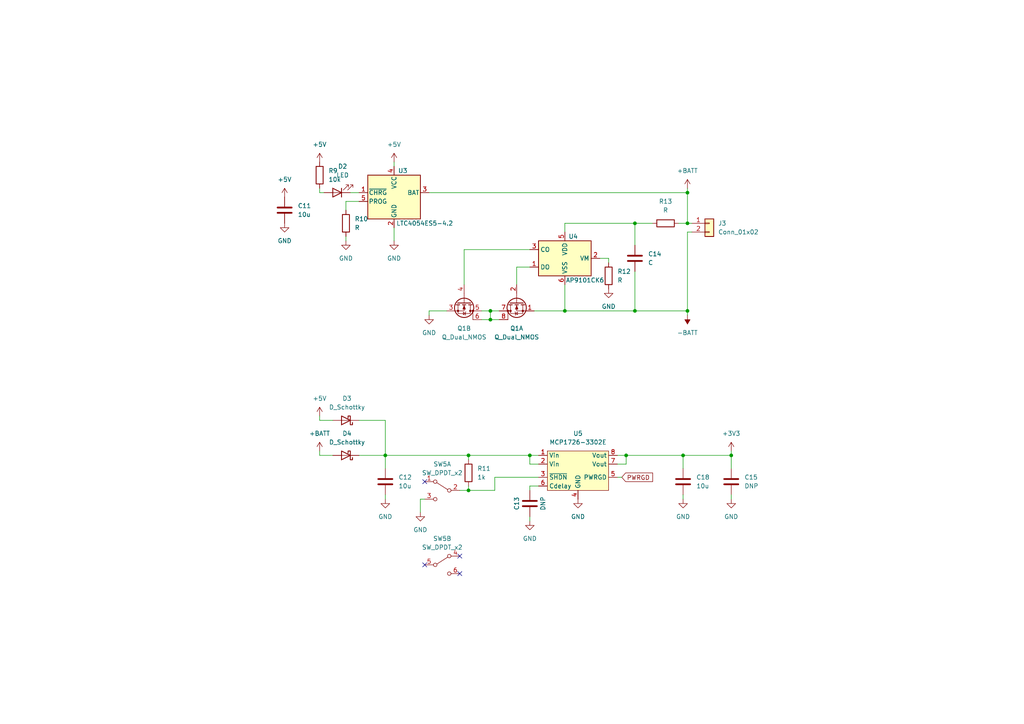
<source format=kicad_sch>
(kicad_sch (version 20211123) (generator eeschema)
  (paper "A4")
  (lib_symbols
    (symbol "Battery_Management:AP9101CK6"
      (property "Reference" "U" (at -7.62 6.35 0))
      (property "Value" "AP9101CK6" (at 7.62 6.35 0))
      (symbol "AP9101CK6_0_1"
        (rectangle (start -7.62 5.08) (end 7.62 -5.08) (stroke (width 0.254)) (fill (type background)))
      )
      (symbol "AP9101CK6_1_1"
        (pin output line (at 10.16 -2.54 180) (length 2.54) (name "DO") (number "1"))
        (pin passive line (at -10.16 0 0) (length 2.54) (name "VM") (number "2"))
        (pin output line (at 10.16 2.54 180) (length 2.54) (name "CO") (number "3"))
        (pin no_connect line (at -7.62 -2.54 0) (length 2.54) hide (name "NC") (number "4"))
        (pin power_in line (at 0 7.62 270) (length 2.54) (name "VDD") (number "5"))
        (pin power_in line (at 0 -7.62 90) (length 2.54) (name "VSS") (number "6"))
      )
    )
    (symbol "Battery_Management:LTC4054ES5-4.2" (pin_names (offset 0.254))
      (property "Reference" "U" (at -5.842 6.604 0))
      (property "Value" "LTC4054ES5-4.2" (at 1.524 6.604 0))
      (symbol "LTC4054ES5-4.2_0_1"
        (rectangle (start -7.62 5.08) (end 7.62 -7.62) (stroke (width 0.254)) (fill (type background)))
      )
      (symbol "LTC4054ES5-4.2_1_1"
        (pin open_collector line (at -10.16 0 0) (length 2.54) (name "~{CHRG}") (number "1"))
        (pin power_in line (at 0 -10.16 90) (length 2.54) (name "GND") (number "2"))
        (pin power_out line (at 10.16 0 180) (length 2.54) (name "BAT") (number "3"))
        (pin power_in line (at 0 7.62 270) (length 2.54) (name "VCC") (number "4"))
        (pin bidirectional line (at -10.16 -2.54 0) (length 2.54) (name "PROG") (number "5"))
      )
    )
    (symbol "Connector_Generic:Conn_01x02" (pin_names (offset 1.016) hide)
      (property "Reference" "J" (at 0 2.54 0))
      (property "Value" "Conn_01x02" (at 0 -5.08 0))
      (symbol "Conn_01x02_1_1"
        (rectangle (start -1.27 -2.413) (end 0 -2.667) (stroke (width 0.1524)))
        (rectangle (start -1.27 0.127) (end 0 -0.127) (stroke (width 0.1524)))
        (rectangle (start -1.27 1.27) (end 1.27 -3.81) (stroke (width 0.254)) (fill (type background)))
        (pin passive line (at -5.08 0 0) (length 3.81) (name "Pin_1") (number "1"))
        (pin passive line (at -5.08 -2.54 0) (length 3.81) (name "Pin_2") (number "2"))
      )
    )
    (symbol "Device:C" (pin_numbers hide) (pin_names (offset 0.254))
      (property "Reference" "C" (at 0.635 2.54 0))
      (property "Value" "C" (at 0.635 -2.54 0))
      (symbol "C_0_1"
        (polyline (pts (xy -2.032 -0.762) (xy 2.032 -0.762)) (stroke (width 0.508)))
        (polyline (pts (xy -2.032 0.762) (xy 2.032 0.762)) (stroke (width 0.508)))
      )
      (symbol "C_1_1"
        (pin passive line (at 0 3.81 270) (length 2.794) (name "~") (number "1"))
        (pin passive line (at 0 -3.81 90) (length 2.794) (name "~") (number "2"))
      )
    )
    (symbol "Device:D_Schottky" (pin_numbers hide) (pin_names (offset 1.016) hide)
      (property "Reference" "D" (at 0 2.54 0))
      (property "Value" "D_Schottky" (at 0 -2.54 0))
      (symbol "D_Schottky_0_1"
        (polyline (pts (xy 1.27 0) (xy -1.27 0)))
        (polyline (pts (xy 1.27 1.27) (xy 1.27 -1.27) (xy -1.27 0) (xy 1.27 1.27)) (stroke (width 0.254)))
        (polyline (pts (xy -1.905 0.635) (xy -1.905 1.27) (xy -1.27 1.27) (xy -1.27 -1.27) (xy -0.635 -1.27) (xy -0.635 -0.635)) (stroke (width 0.254)))
      )
      (symbol "D_Schottky_1_1"
        (pin passive line (at -3.81 0 0) (length 2.54) (name "K") (number "1"))
        (pin passive line (at 3.81 0 180) (length 2.54) (name "A") (number "2"))
      )
    )
    (symbol "Device:LED" (pin_numbers hide) (pin_names (offset 1.016) hide)
      (property "Reference" "D" (at 0 2.54 0))
      (property "Value" "LED" (at 0 -2.54 0))
      (symbol "LED_0_1"
        (polyline (pts (xy -1.27 -1.27) (xy -1.27 1.27)) (stroke (width 0.254)))
        (polyline (pts (xy -1.27 0) (xy 1.27 0)))
        (polyline (pts (xy 1.27 -1.27) (xy 1.27 1.27) (xy -1.27 0) (xy 1.27 -1.27)) (stroke (width 0.254)))
        (polyline (pts (xy -3.048 -0.762) (xy -4.572 -2.286) (xy -3.81 -2.286) (xy -4.572 -2.286) (xy -4.572 -1.524)))
        (polyline (pts (xy -1.778 -0.762) (xy -3.302 -2.286) (xy -2.54 -2.286) (xy -3.302 -2.286) (xy -3.302 -1.524)))
      )
      (symbol "LED_1_1"
        (pin passive line (at -3.81 0 0) (length 2.54) (name "K") (number "1"))
        (pin passive line (at 3.81 0 180) (length 2.54) (name "A") (number "2"))
      )
    )
    (symbol "Device:Q_Dual_NMOS_S1G1S2G2D2D2D1D1" (pin_names (offset 0) hide)
      (property "Reference" "Q" (at 5.08 1.27 0))
      (property "Value" "Q_Dual_NMOS_S1G1S2G2D2D2D1D1" (at 5.08 -1.27 0))
      (symbol "Q_Dual_NMOS_S1G1S2G2D2D2D1D1_0_1"
        (polyline (pts (xy 0.254 0) (xy -2.54 0)))
        (polyline (pts (xy 0.254 1.905) (xy 0.254 -1.905)) (stroke (width 0.254)))
        (polyline (pts (xy 0.762 -1.27) (xy 0.762 -2.286)) (stroke (width 0.254)))
        (polyline (pts (xy 0.762 0.508) (xy 0.762 -0.508)) (stroke (width 0.254)))
        (polyline (pts (xy 0.762 2.286) (xy 0.762 1.27)) (stroke (width 0.254)))
        (polyline (pts (xy 2.54 2.54) (xy 2.54 1.778)))
        (polyline (pts (xy 5.08 2.54) (xy 2.54 2.54)))
        (polyline (pts (xy 2.54 -2.54) (xy 2.54 0) (xy 0.762 0)))
        (polyline (pts (xy 0.762 -1.778) (xy 3.302 -1.778) (xy 3.302 1.778) (xy 0.762 1.778)))
        (polyline (pts (xy 1.016 0) (xy 2.032 0.381) (xy 2.032 -0.381) (xy 1.016 0)) (fill (type outline)))
        (polyline (pts (xy 2.794 0.508) (xy 2.921 0.381) (xy 3.683 0.381) (xy 3.81 0.254)))
        (polyline (pts (xy 3.302 0.381) (xy 2.921 -0.254) (xy 3.683 -0.254) (xy 3.302 0.381)))
        (circle (center 1.651 0) (radius 2.794) (stroke (width 0.254)))
        (circle (center 2.54 -1.778) (radius 0.254) (fill (type outline)))
        (circle (center 2.54 1.778) (radius 0.254) (fill (type outline)))
        (circle (center 2.54 2.54) (radius 0.254) (fill (type outline)))
      )
      (symbol "Q_Dual_NMOS_S1G1S2G2D2D2D1D1_1_1"
        (pin passive line (at 2.54 -5.08 90) (length 2.54) (name "S") (number "1"))
        (pin input line (at -5.08 0 0) (length 2.54) (name "G") (number "2"))
        (pin passive line (at 2.54 5.08 270) (length 2.54) (name "D") (number "7"))
        (pin passive line (at 5.08 5.08 270) (length 2.54) (name "D") (number "8"))
      )
      (symbol "Q_Dual_NMOS_S1G1S2G2D2D2D1D1_2_1"
        (pin passive line (at 2.54 -5.08 90) (length 2.54) (name "S") (number "3"))
        (pin input line (at -5.08 0 0) (length 2.54) (name "G") (number "4"))
        (pin passive line (at 2.54 5.08 270) (length 2.54) (name "D") (number "5"))
        (pin passive line (at 5.08 5.08 270) (length 2.54) (name "D") (number "6"))
      )
    )
    (symbol "Device:R" (pin_numbers hide) (pin_names (offset 0))
      (property "Reference" "R" (at 2.032 0 90))
      (property "Value" "R" (at 0 0 90))
      (symbol "R_0_1"
        (rectangle (start -1.016 -2.54) (end 1.016 2.54) (stroke (width 0.254)))
      )
      (symbol "R_1_1"
        (pin passive line (at 0 3.81 270) (length 1.27) (name "~") (number "1"))
        (pin passive line (at 0 -3.81 90) (length 1.27) (name "~") (number "2"))
      )
    )
    (symbol "Switch:SW_DPDT_x2" (pin_names (offset 0) hide)
      (property "Reference" "SW" (at 0 4.318 0))
      (property "Value" "SW_DPDT_x2" (at 0 -5.08 0))
      (symbol "SW_DPDT_x2_0_0"
        (circle (center -2.032 0) (radius 0.508))
        (circle (center 2.032 -2.54) (radius 0.508))
      )
      (symbol "SW_DPDT_x2_0_1"
        (polyline (pts (xy -1.524 0.254) (xy 1.651 2.286)))
        (circle (center 2.032 2.54) (radius 0.508))
      )
      (symbol "SW_DPDT_x2_1_1"
        (pin passive line (at 5.08 2.54 180) (length 2.54) (name "A") (number "1"))
        (pin passive line (at -5.08 0 0) (length 2.54) (name "B") (number "2"))
        (pin passive line (at 5.08 -2.54 180) (length 2.54) (name "C") (number "3"))
      )
      (symbol "SW_DPDT_x2_2_1"
        (pin passive line (at 5.08 2.54 180) (length 2.54) (name "A") (number "4"))
        (pin passive line (at -5.08 0 0) (length 2.54) (name "B") (number "5"))
        (pin passive line (at 5.08 -2.54 180) (length 2.54) (name "C") (number "6"))
      )
    )
    (symbol "own:MCP1726-3302E"
      (property "Reference" "U" (at 0 7.62 0))
      (property "Value" "MCP1726-3302E" (at 10.16 -7.62 0))
      (symbol "MCP1726-3302E_0_1"
        (rectangle (start -8.89 -5.08) (end 8.89 6.35) (fill (type background)))
      )
      (symbol "MCP1726-3302E_1_1"
        (pin passive line (at -11.43 5.08 0) (length 2.54) (name "Vin") (number "1"))
        (pin passive line (at -11.43 2.54 0) (length 2.54) (name "Vin") (number "2"))
        (pin passive line (at -11.43 -1.27 0) (length 2.54) (name "~{SHDN}") (number "3"))
        (pin passive line (at 0 -7.62 90) (length 2.54) (name "GND") (number "4"))
        (pin passive line (at 11.43 -1.27 180) (length 2.54) (name "PWRGD") (number "5"))
        (pin passive line (at -11.43 -3.81 0) (length 2.54) (name "Cdelay") (number "6"))
        (pin passive line (at 11.43 2.54 180) (length 2.54) (name "Vout") (number "7"))
        (pin passive line (at 11.43 5.08 180) (length 2.54) (name "Vout") (number "8"))
      )
    )
    (symbol "power:+3V3" (power) (pin_names (offset 0))
      (property "Value" "+3V3" (at 0 3.556 0))
      (symbol "+3V3_0_1"
        (polyline (pts (xy -0.762 1.27) (xy 0 2.54)))
        (polyline (pts (xy 0 0) (xy 0 2.54)))
        (polyline (pts (xy 0 2.54) (xy 0.762 1.27)))
      )
      (symbol "+3V3_1_1"
        (pin power_in line (at 0 0 90) (length 0) hide (name "+3V3") (number "1"))
      )
    )
    (symbol "power:+5V" (power) (pin_names (offset 0))
      (property "Value" "+5V" (at 0 3.556 0))
      (symbol "+5V_0_1"
        (polyline (pts (xy -0.762 1.27) (xy 0 2.54)))
        (polyline (pts (xy 0 0) (xy 0 2.54)))
        (polyline (pts (xy 0 2.54) (xy 0.762 1.27)))
      )
      (symbol "+5V_1_1"
        (pin power_in line (at 0 0 90) (length 0) hide (name "+5V") (number "1"))
      )
    )
    (symbol "power:+BATT" (power) (pin_names (offset 0))
      (property "Value" "+BATT" (at 0 3.556 0))
      (symbol "+BATT_0_1"
        (polyline (pts (xy -0.762 1.27) (xy 0 2.54)))
        (polyline (pts (xy 0 0) (xy 0 2.54)))
        (polyline (pts (xy 0 2.54) (xy 0.762 1.27)))
      )
      (symbol "+BATT_1_1"
        (pin power_in line (at 0 0 90) (length 0) hide (name "+BATT") (number "1"))
      )
    )
    (symbol "power:-BATT" (power) (pin_names (offset 0))
      (property "Value" "-BATT" (at 0 3.556 0))
      (symbol "-BATT_0_1"
        (polyline (pts (xy 0 0) (xy 0 2.54)))
        (polyline (pts (xy 0.762 1.27) (xy -0.762 1.27) (xy 0 2.54) (xy 0.762 1.27)) (fill (type outline)))
      )
      (symbol "-BATT_1_1"
        (pin power_in line (at 0 0 90) (length 0) hide (name "-BATT") (number "1"))
      )
    )
    (symbol "power:GND" (power) (pin_names (offset 0))
      (property "Value" "GND" (at 0 -3.81 0))
      (symbol "GND_0_1"
        (polyline (pts (xy 0 0) (xy 0 -1.27) (xy 1.27 -1.27) (xy 0 -2.54) (xy -1.27 -1.27) (xy 0 -1.27)))
      )
      (symbol "GND_1_1"
        (pin power_in line (at 0 0 270) (length 0) hide (name "GND") (number "1"))
      )
    )
  )
  (junction (at 198.12 132.08))
  (junction (at 184.15 90.17))
  (junction (at 135.89 132.08))
  (junction (at 199.39 64.77))
  (junction (at 153.67 132.08))
  (junction (at 199.39 55.88))
  (junction (at 135.89 142.24))
  (junction (at 142.24 92.71))
  (junction (at 111.76 132.08))
  (junction (at 142.24 90.17))
  (junction (at 199.39 90.17))
  (junction (at 181.61 132.08))
  (junction (at 184.15 64.77))
  (junction (at 212.09 132.08))
  (junction (at 163.83 90.17))
  (no_connect (at 133.35 161.29))
  (no_connect (at 133.35 166.37))
  (no_connect (at 123.19 163.83))
  (no_connect (at 123.19 139.7))
  (wire (pts (xy 135.89 132.08) (xy 153.67 132.08)))
  (wire (pts (xy 156.21 134.62) (xy 153.67 134.62)))
  (wire (pts (xy 154.94 90.17) (xy 163.83 90.17)))
  (wire (pts (xy 199.39 64.77) (xy 199.39 55.88)))
  (wire (pts (xy 198.12 132.08) (xy 198.12 135.89)))
  (wire (pts (xy 135.89 132.08) (xy 135.89 133.35)))
  (wire (pts (xy 149.86 82.55) (xy 149.86 77.47)))
  (wire (pts (xy 92.71 121.92) (xy 92.71 120.65)))
  (wire (pts (xy 142.24 90.17) (xy 144.78 90.17)))
  (wire (pts (xy 143.51 142.24) (xy 143.51 138.43)))
  (wire (pts (xy 111.76 132.08) (xy 135.89 132.08)))
  (wire (pts (xy 124.46 55.88) (xy 199.39 55.88)))
  (wire (pts (xy 198.12 144.78) (xy 198.12 143.51)))
  (wire (pts (xy 179.07 134.62) (xy 181.61 134.62)))
  (wire (pts (xy 101.6 55.88) (xy 104.14 55.88)))
  (wire (pts (xy 96.52 121.92) (xy 92.71 121.92)))
  (wire (pts (xy 92.71 132.08) (xy 96.52 132.08)))
  (wire (pts (xy 199.39 90.17) (xy 199.39 91.44)))
  (wire (pts (xy 124.46 90.17) (xy 129.54 90.17)))
  (wire (pts (xy 200.66 64.77) (xy 199.39 64.77)))
  (wire (pts (xy 212.09 132.08) (xy 212.09 135.89)))
  (wire (pts (xy 114.3 69.85) (xy 114.3 66.04)))
  (wire (pts (xy 100.33 60.96) (xy 100.33 58.42)))
  (wire (pts (xy 176.53 74.93) (xy 173.99 74.93)))
  (wire (pts (xy 100.33 58.42) (xy 104.14 58.42)))
  (wire (pts (xy 124.46 91.44) (xy 124.46 90.17)))
  (wire (pts (xy 92.71 54.61) (xy 92.71 55.88)))
  (wire (pts (xy 163.83 82.55) (xy 163.83 90.17)))
  (wire (pts (xy 181.61 132.08) (xy 198.12 132.08)))
  (wire (pts (xy 114.3 46.99) (xy 114.3 48.26)))
  (wire (pts (xy 143.51 138.43) (xy 156.21 138.43)))
  (wire (pts (xy 153.67 140.97) (xy 153.67 142.24)))
  (wire (pts (xy 181.61 134.62) (xy 181.61 132.08)))
  (wire (pts (xy 104.14 121.92) (xy 111.76 121.92)))
  (wire (pts (xy 196.85 64.77) (xy 199.39 64.77)))
  (wire (pts (xy 212.09 132.08) (xy 198.12 132.08)))
  (wire (pts (xy 149.86 77.47) (xy 153.67 77.47)))
  (wire (pts (xy 142.24 92.71) (xy 144.78 92.71)))
  (wire (pts (xy 135.89 142.24) (xy 143.51 142.24)))
  (wire (pts (xy 189.23 64.77) (xy 184.15 64.77)))
  (wire (pts (xy 199.39 55.88) (xy 199.39 54.61)))
  (wire (pts (xy 153.67 132.08) (xy 156.21 132.08)))
  (wire (pts (xy 111.76 132.08) (xy 111.76 135.89)))
  (wire (pts (xy 142.24 90.17) (xy 142.24 92.71)))
  (wire (pts (xy 139.7 90.17) (xy 142.24 90.17)))
  (wire (pts (xy 179.07 138.43) (xy 180.34 138.43)))
  (wire (pts (xy 111.76 121.92) (xy 111.76 132.08)))
  (wire (pts (xy 200.66 67.31) (xy 199.39 67.31)))
  (wire (pts (xy 134.62 82.55) (xy 134.62 72.39)))
  (wire (pts (xy 121.92 148.59) (xy 121.92 144.78)))
  (wire (pts (xy 199.39 67.31) (xy 199.39 90.17)))
  (wire (pts (xy 100.33 68.58) (xy 100.33 69.85)))
  (wire (pts (xy 179.07 132.08) (xy 181.61 132.08)))
  (wire (pts (xy 212.09 144.78) (xy 212.09 143.51)))
  (wire (pts (xy 184.15 64.77) (xy 184.15 71.12)))
  (wire (pts (xy 184.15 90.17) (xy 199.39 90.17)))
  (wire (pts (xy 212.09 130.81) (xy 212.09 132.08)))
  (wire (pts (xy 121.92 144.78) (xy 123.19 144.78)))
  (wire (pts (xy 133.35 142.24) (xy 135.89 142.24)))
  (wire (pts (xy 104.14 132.08) (xy 111.76 132.08)))
  (wire (pts (xy 163.83 64.77) (xy 163.83 67.31)))
  (wire (pts (xy 153.67 149.86) (xy 153.67 151.13)))
  (wire (pts (xy 153.67 134.62) (xy 153.67 132.08)))
  (wire (pts (xy 134.62 72.39) (xy 153.67 72.39)))
  (wire (pts (xy 111.76 144.78) (xy 111.76 143.51)))
  (wire (pts (xy 139.7 92.71) (xy 142.24 92.71)))
  (wire (pts (xy 163.83 90.17) (xy 184.15 90.17)))
  (wire (pts (xy 163.83 64.77) (xy 184.15 64.77)))
  (wire (pts (xy 135.89 142.24) (xy 135.89 140.97)))
  (wire (pts (xy 92.71 130.81) (xy 92.71 132.08)))
  (wire (pts (xy 153.67 140.97) (xy 156.21 140.97)))
  (wire (pts (xy 92.71 55.88) (xy 93.98 55.88)))
  (wire (pts (xy 184.15 78.74) (xy 184.15 90.17)))
  (wire (pts (xy 176.53 76.2) (xy 176.53 74.93)))
  (global_label "PWRGD" (shape input) (at 180.34 138.43 0) (property "Intersheet References" "${INTERSHEET_REFS}" (effects hide)))
  (symbol (lib_id "Device:Q_Dual_NMOS_S1G1S2G2D2D2D1D1") (at 149.86 87.63 90) (mirror x) (unit 1)
    (property "Reference" "Q1" (at 149.86 95.25 90))
    (property "Value" "Q_Dual_NMOS" (at 149.86 97.79 90))
    (property "Footprint" "Package_SO:SOIC-8_3.9x4.9mm_P1.27mm" (effects hide))
  )
  (symbol (lib_id "power:GND") (at 176.53 83.82 0) (unit 1)
    (property "Reference" "#PWR049" (effects hide))
    (property "Value" "GND" (at 176.53 88.9 0))
  )
  (symbol (lib_id "power:GND") (at 212.09 144.78 0) (unit 1)
    (property "Reference" "#PWR0101" (effects hide))
    (property "Value" "GND" (at 212.09 149.86 0))
  )
  (symbol (lib_id "Device:C") (at 153.67 146.05 180) (unit 1)
    (property "Reference" "C13" (at 149.86 146.05 90))
    (property "Value" "DNP" (at 157.48 146.05 90))
    (property "Footprint" "Capacitor_SMD:C_0805_2012Metric" (effects hide))
  )
  (symbol (lib_id "power:+BATT") (at 92.71 130.81 0) (unit 1)
    (property "Reference" "#PWR040" (effects hide))
    (property "Value" "+BATT" (at 92.71 125.73 0))
  )
  (symbol (lib_id "Device:C") (at 111.76 139.7 0) (unit 1)
    (property "Reference" "C12" (at 115.57 138.4299 0) (effects (justify left)))
    (property "Value" "10u" (at 115.57 140.9699 0) (effects (justify left)))
    (property "Footprint" "Capacitor_SMD:C_0805_2012Metric" (effects hide))
  )
  (symbol (lib_id "power:+5V") (at 92.71 46.99 0) (unit 1)
    (property "Reference" "#PWR038" (effects hide))
    (property "Value" "+5V" (at 92.71 41.91 0))
  )
  (symbol (lib_id "power:GND") (at 111.76 144.78 0) (unit 1)
    (property "Reference" "#PWR042" (effects hide))
    (property "Value" "GND" (at 111.76 149.86 0))
  )
  (symbol (lib_id "Device:C") (at 212.09 139.7 0) (unit 1)
    (property "Reference" "C15" (at 215.9 138.4299 0) (effects (justify left)))
    (property "Value" "DNP" (at 215.9 140.9699 0) (effects (justify left)))
    (property "Footprint" "Capacitor_SMD:C_0805_2012Metric" (effects hide))
  )
  (symbol (lib_id "Device:R") (at 135.89 137.16 0) (unit 1)
    (property "Reference" "R11" (at 138.43 135.8899 0) (effects (justify left)))
    (property "Value" "1k" (at 138.43 138.4299 0) (effects (justify left)))
    (property "Footprint" "Resistor_SMD:R_0805_2012Metric" (effects hide))
  )
  (symbol (lib_id "power:GND") (at 198.12 144.78 0) (unit 1)
    (property "Reference" "#PWR051" (effects hide))
    (property "Value" "GND" (at 198.12 149.86 0))
  )
  (symbol (lib_id "Device:C") (at 184.15 74.93 0) (unit 1)
    (property "Reference" "C14" (at 187.96 73.6599 0) (effects (justify left)))
    (property "Value" "C" (at 187.96 76.1999 0) (effects (justify left)))
    (property "Footprint" "Capacitor_SMD:C_0805_2012Metric" (effects hide))
  )
  (symbol (lib_id "Switch:SW_DPDT_x2") (at 128.27 163.83 0) (unit 2)
    (property "Reference" "SW5" (at 128.27 156.21 0))
    (property "Value" "SW_DPDT_x2" (at 128.27 158.75 0))
    (property "Footprint" "own:JS202011SCQN" (effects hide))
  )
  (symbol (lib_id "Battery_Management:AP9101CK6") (at 163.83 74.93 0) (mirror y) (unit 1)
    (property "Reference" "U4" (at 167.64 68.58 0) (effects (justify left)))
    (property "Value" "AP9101CK6" (at 175.26 81.28 0) (effects (justify left)))
    (property "Footprint" "Package_TO_SOT_SMD:SOT-23-6" (effects hide))
    (property "Datasheet" "https://www.diodes.com/assets/Datasheets/AP9101C.pdf" (effects hide))
  )
  (symbol (lib_id "Device:R") (at 92.71 50.8 0) (unit 1)
    (property "Reference" "R9" (at 95.25 49.5299 0) (effects (justify left)))
    (property "Value" "10k" (at 95.25 52.0699 0) (effects (justify left)))
    (property "Footprint" "Resistor_SMD:R_0805_2012Metric" (effects hide))
  )
  (symbol (lib_id "Device:C") (at 198.12 139.7 0) (unit 1)
    (property "Reference" "C18" (at 201.93 138.4299 0) (effects (justify left)))
    (property "Value" "10u" (at 201.93 140.9699 0) (effects (justify left)))
    (property "Footprint" "Capacitor_SMD:C_0805_2012Metric" (effects hide))
  )
  (symbol (lib_id "Device:R") (at 176.53 80.01 180) (unit 1)
    (property "Reference" "R12" (at 179.07 78.7399 0) (effects (justify right)))
    (property "Value" "R" (at 179.07 81.2799 0) (effects (justify right)))
    (property "Footprint" "Resistor_SMD:R_0805_2012Metric" (effects hide))
  )
  (symbol (lib_id "power:-BATT") (at 199.39 91.44 180) (unit 1)
    (property "Reference" "#PWR053" (effects hide))
    (property "Value" "-BATT" (at 199.39 96.52 0))
  )
  (symbol (lib_id "power:+5V") (at 114.3 46.99 0) (unit 1)
    (property "Reference" "#PWR043" (effects hide))
    (property "Value" "+5V" (at 114.3 41.91 0))
  )
  (symbol (lib_id "Device:Q_Dual_NMOS_S1G1S2G2D2D2D1D1") (at 134.62 87.63 270) (unit 2)
    (property "Reference" "Q1" (at 134.62 95.25 90))
    (property "Value" "Q_Dual_NMOS" (at 134.62 97.79 90))
    (property "Footprint" "Package_SO:SOIC-8_3.9x4.9mm_P1.27mm" (effects hide))
  )
  (symbol (lib_id "Device:C") (at 82.55 60.96 0) (unit 1)
    (property "Reference" "C11" (at 86.36 59.6899 0) (effects (justify left)))
    (property "Value" "10u" (at 86.36 62.2299 0) (effects (justify left)))
    (property "Footprint" "Capacitor_SMD:C_0805_2012Metric" (effects hide))
  )
  (symbol (lib_id "Connector_Generic:Conn_01x02") (at 205.74 64.77 0) (unit 1)
    (property "Reference" "J3" (at 208.28 64.7699 0) (effects (justify left)))
    (property "Value" "Conn_01x02" (at 208.28 67.3099 0) (effects (justify left)))
    (property "Footprint" "Connector_PinHeader_2.54mm:PinHeader_1x02_P2.54mm_Vertical" (effects hide))
  )
  (symbol (lib_id "power:+5V") (at 82.55 57.15 0) (unit 1)
    (property "Reference" "#PWR036" (effects hide))
    (property "Value" "+5V" (at 82.55 52.07 0))
  )
  (symbol (lib_id "Device:LED") (at 97.79 55.88 180) (unit 1)
    (property "Reference" "D2" (at 99.3775 48.26 0))
    (property "Value" "LED" (at 99.3775 50.8 0))
    (property "Footprint" "LED_SMD:LED_PLCC-2" (effects hide))
  )
  (symbol (lib_id "Battery_Management:LTC4054ES5-4.2") (at 114.3 55.88 0) (unit 1)
    (property "Reference" "U3" (at 116.84 49.53 0))
    (property "Value" "LTC4054ES5-4.2" (at 123.19 64.77 0))
    (property "Footprint" "Package_TO_SOT_SMD:TSOT-23-5" (effects hide))
    (property "Datasheet" "https://www.analog.com/media/en/technical-documentation/data-sheets/405442xf.pdf" (effects hide))
  )
  (symbol (lib_id "power:GND") (at 114.3 69.85 0) (unit 1)
    (property "Reference" "#PWR044" (effects hide))
    (property "Value" "GND" (at 114.3 74.93 0))
  )
  (symbol (lib_id "power:GND") (at 82.55 64.77 0) (unit 1)
    (property "Reference" "#PWR037" (effects hide))
    (property "Value" "GND" (at 82.55 69.85 0))
  )
  (symbol (lib_id "power:GND") (at 153.67 151.13 0) (unit 1)
    (property "Reference" "#PWR047" (effects hide))
    (property "Value" "GND" (at 153.67 156.21 0))
  )
  (symbol (lib_id "power:+BATT") (at 199.39 54.61 0) (unit 1)
    (property "Reference" "#PWR052" (effects hide))
    (property "Value" "+BATT" (at 199.39 49.53 0))
  )
  (symbol (lib_id "Switch:SW_DPDT_x2") (at 128.27 142.24 0) (mirror y) (unit 1)
    (property "Reference" "SW5" (at 128.27 134.62 0))
    (property "Value" "SW_DPDT_x2" (at 128.27 137.16 0))
    (property "Footprint" "own:JS202011SCQN" (effects hide))
  )
  (symbol (lib_id "Device:D_Schottky") (at 100.33 121.92 180) (unit 1)
    (property "Reference" "D3" (at 100.6475 115.57 0))
    (property "Value" "D_Schottky" (at 100.6475 118.11 0))
    (property "Footprint" "Diode_SMD:D_SMA" (effects hide))
  )
  (symbol (lib_id "own:MCP1726-3302E") (at 167.64 137.16 0) (unit 1)
    (property "Reference" "U5" (at 167.64 125.73 0))
    (property "Value" "MCP1726-3302E" (at 167.64 128.27 0))
    (property "Footprint" "Package_SO:SOIC-8_3.9x4.9mm_P1.27mm" (effects hide))
  )
  (symbol (lib_id "Device:D_Schottky") (at 100.33 132.08 180) (unit 1)
    (property "Reference" "D4" (at 100.6475 125.73 0))
    (property "Value" "D_Schottky" (at 100.6475 128.27 0))
    (property "Footprint" "Diode_SMD:D_SMA" (effects hide))
  )
  (symbol (lib_id "power:GND") (at 124.46 91.44 0) (unit 1)
    (property "Reference" "#PWR046" (effects hide))
    (property "Value" "GND" (at 124.46 96.52 0))
  )
  (symbol (lib_id "power:GND") (at 100.33 69.85 0) (unit 1)
    (property "Reference" "#PWR041" (effects hide))
    (property "Value" "GND" (at 100.33 74.93 0))
  )
  (symbol (lib_id "Device:R") (at 193.04 64.77 90) (unit 1)
    (property "Reference" "R13" (at 193.04 58.42 90))
    (property "Value" "R" (at 193.04 60.96 90))
    (property "Footprint" "Resistor_SMD:R_0805_2012Metric" (effects hide))
  )
  (symbol (lib_id "power:GND") (at 121.92 148.59 0) (unit 1)
    (property "Reference" "#PWR045" (effects hide))
    (property "Value" "GND" (at 121.92 153.67 0))
  )
  (symbol (lib_id "power:+3V3") (at 212.09 130.81 0) (unit 1)
    (property "Reference" "#PWR050" (effects hide))
    (property "Value" "+3V3" (at 212.09 125.73 0))
  )
  (symbol (lib_id "power:GND") (at 167.64 144.78 0) (unit 1)
    (property "Reference" "#PWR048" (effects hide))
    (property "Value" "GND" (at 167.64 149.86 0))
  )
  (symbol (lib_id "Device:R") (at 100.33 64.77 180) (unit 1)
    (property "Reference" "R10" (at 102.87 63.4999 0) (effects (justify right)))
    (property "Value" "R" (at 102.87 66.0399 0) (effects (justify right)))
    (property "Footprint" "Resistor_SMD:R_0805_2012Metric" (effects hide))
  )
  (symbol (lib_id "power:+5V") (at 92.71 120.65 0) (unit 1)
    (property "Reference" "#PWR039" (effects hide))
    (property "Value" "+5V" (at 92.71 115.57 0))
  )
)
</source>
